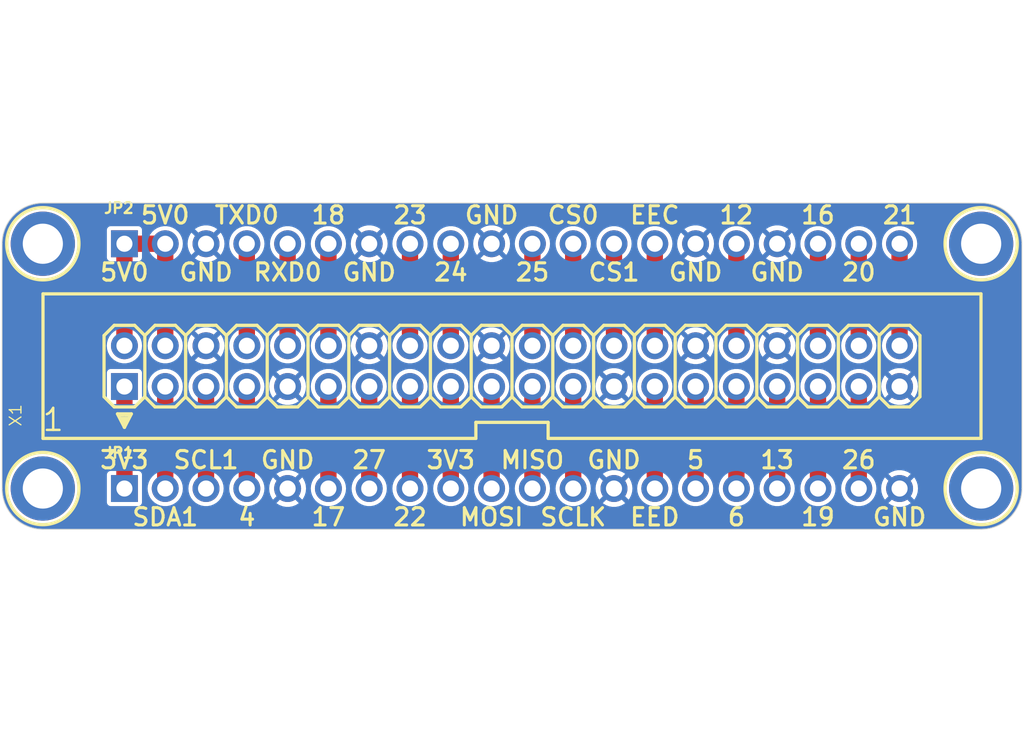
<source format=kicad_pcb>
(kicad_pcb (version 20221018) (generator pcbnew)
  (layers (0 "F.Cu" signal) (31 "B.Cu" signal) (34 "B.Paste" user) (35 "F.Paste" user) (36 "B.SilkS" user "B.Silkscreen") (37 "F.SilkS" user "F.Silkscreen") (38 "B.Mask" user) (39 "F.Mask" user) (44 "Edge.Cuts" user))
  (net 0 "")
  (net 1 "N$1")
  (net 2 "N$4")
  (net 3 "N$5")
  (net 4 "N$6")
  (net 5 "N$8")
  (net 6 "N$9")
  (net 7 "N$11")
  (net 8 "N$12")
  (net 9 "N$13")
  (net 10 "N$14")
  (net 11 "N$16")
  (net 12 "N$18")
  (net 13 "N$19")
  (net 14 "N$20")
  (net 15 "N$21")
  (net 16 "N$22")
  (net 17 "N$23")
  (net 18 "N$24")
  (net 19 "N$26")
  (net 20 "N$27")
  (net 21 "N$28")
  (net 22 "N$29")
  (net 23 "N$30")
  (net 24 "N$31")
  (net 25 "N$32")
  (net 26 "N$34")
  (net 27 "N$35")
  (net 28 "N$36")
  (net 29 "N$37")
  (net 30 "N$38")
  (net 31 "N$39")
  (net 32 "GND")
  (footprint "working:MOUNTINGHOLE_2.5_PLATED_THICK" (layer "F.Cu") (at 119.2911 112.6236)
    (fp_text reference "U$3" hide)
    (fp_text value "MOUNTINGHOLE2.5_THICK" hide)
    (fp_circle (center 0 0) (end 2.25 0) (stroke (width 0.2032)) (fill none) (layer "F.SilkS"))
    (pad "P$1" thru_hole circle (at 0 0) (size 4 4) (drill 2.5) (layers "*.Cu" "*.Mask"))
    (zone (net 0) (net_name "") (layer "B.Cu") (connect_pads (clearance 0)) (min_thickness 0.25)
      (keepout (tracks not_allowed) (vias not_allowed) (pads not_allowed) (copperpour not_allowed) (footprints allowed))
      (fill (thermal_gap 0.5) (thermal_bridge_width 0.5))
      (polygon (pts (xy 121.5571 112.6236) (xy 121.536882 112.321572) (xy 121.476587 112.024933) (xy 121.377293 111.738978) (xy 121.24077 111.468809) (xy 121.069455 111.219247) (xy 120.866406 110.994746) (xy 120.635245 110.799311) (xy 120.380098 110.636431) (xy 120.105518 110.509013) (xy 119.816404 110.419329) (xy 119.517917 110.36898) (xy 119.215382 110.358865) (xy 118.914198 110.389165) (xy 118.61974 110.459338) (xy 118.337262 110.568132) (xy 118.071805 110.713606) (xy 117.828107 110.893164) (xy 117.610516 111.103602) (xy 117.422915 111.341164) (xy 117.268652 111.601611) (xy 117.15048 111.880296) (xy 117.070507 112.172245) (xy 117.03016 112.472248) (xy 117.03016 112.774952) (xy 117.070507 113.074955) (xy 117.15048 113.366904) (xy 117.268652 113.645589) (xy 117.422915 113.906036) (xy 117.610516 114.143598) (xy 117.828107 114.354036) (xy 118.071805 114.533594) (xy 118.337262 114.679068) (xy 118.61974 114.787862) (xy 118.914198 114.858035) (xy 119.215382 114.888335) (xy 119.517917 114.87822) (xy 119.816404 114.827871) (xy 120.105518 114.738187) (xy 120.380098 114.610769) (xy 120.635245 114.447889) (xy 120.866406 114.252454) (xy 121.069455 114.027953) (xy 121.24077 113.778391) (xy 121.377293 113.508222) (xy 121.476587 113.222267) (xy 121.536882 112.925628)))
      (polygon (pts (xy 119.5251 112.6236) (xy 119.50487 112.528424) (xy 119.447677 112.449704) (xy 119.36341 112.401053) (xy 119.26664 112.390882) (xy 119.1741 112.42095) (xy 119.10179 112.486058) (xy 119.062213 112.574949) (xy 119.062213 112.672251) (xy 119.10179 112.761142) (xy 119.1741 112.82625) (xy 119.26664 112.856318) (xy 119.36341 112.846147) (xy 119.447677 112.797496) (xy 119.50487 112.718776)))
    )
  )
  (footprint "working:MOUNTINGHOLE_2.5_PLATED_THICK" (layer "F.Cu") (at 177.7111 112.6236)
    (fp_text reference "U$4" hide)
    (fp_text value "MOUNTINGHOLE2.5_THICK" hide)
    (fp_circle (center 0 0) (end 2.25 0) (stroke (width 0.2032)) (fill none) (layer "F.SilkS"))
    (pad "P$1" thru_hole circle (at 0 0) (size 4 4) (drill 2.5) (layers "*.Cu" "*.Mask"))
    (zone (net 0) (net_name "") (layer "B.Cu") (connect_pads (clearance 0)) (min_thickness 0.25)
      (keepout (tracks not_allowed) (vias not_allowed) (pads not_allowed) (copperpour not_allowed) (footprints allowed))
      (fill (thermal_gap 0.5) (thermal_bridge_width 0.5))
      (polygon (pts (xy 179.9771 112.6236) (xy 179.956882 112.321572) (xy 179.896587 112.024933) (xy 179.797293 111.738978) (xy 179.66077 111.468809) (xy 179.489455 111.219247) (xy 179.286406 110.994746) (xy 179.055245 110.799311) (xy 178.800098 110.636431) (xy 178.525518 110.509013) (xy 178.236404 110.419329) (xy 177.937917 110.36898) (xy 177.635382 110.358865) (xy 177.334198 110.389165) (xy 177.03974 110.459338) (xy 176.757262 110.568132) (xy 176.491805 110.713606) (xy 176.248107 110.893164) (xy 176.030516 111.103602) (xy 175.842915 111.341164) (xy 175.688652 111.601611) (xy 175.57048 111.880296) (xy 175.490507 112.172245) (xy 175.45016 112.472248) (xy 175.45016 112.774952) (xy 175.490507 113.074955) (xy 175.57048 113.366904) (xy 175.688652 113.645589) (xy 175.842915 113.906036) (xy 176.030516 114.143598) (xy 176.248107 114.354036) (xy 176.491805 114.533594) (xy 176.757262 114.679068) (xy 177.03974 114.787862) (xy 177.334198 114.858035) (xy 177.635382 114.888335) (xy 177.937917 114.87822) (xy 178.236404 114.827871) (xy 178.525518 114.738187) (xy 178.800098 114.610769) (xy 179.055245 114.447889) (xy 179.286406 114.252454) (xy 179.489455 114.027953) (xy 179.66077 113.778391) (xy 179.797293 113.508222) (xy 179.896587 113.222267) (xy 179.956882 112.925628)))
      (polygon (pts (xy 177.9451 112.6236) (xy 177.92487 112.528424) (xy 177.867677 112.449704) (xy 177.78341 112.401053) (xy 177.68664 112.390882) (xy 177.5941 112.42095) (xy 177.52179 112.486058) (xy 177.482213 112.574949) (xy 177.482213 112.672251) (xy 177.52179 112.761142) (xy 177.5941 112.82625) (xy 177.68664 112.856318) (xy 177.78341 112.846147) (xy 177.867677 112.797496) (xy 177.92487 112.718776)))
    )
  )
  (footprint "working:1X20_ROUND" (layer "F.Cu") (at 148.5011 112.6236)
    (fp_text reference "JP1" (at -25.4762 -1.8288) (layer "F.SilkS") (effects (font (size 0.666496 0.666496) (thickness 0.146304)) (justify left bottom)))
    (fp_text value "")
    (pad "1" thru_hole rect (at -24.13 0 90) (size 1.6764 1.6764) (drill 1) (layers "*.Cu" "*.Mask") (net 15 "N$21"))
    (pad "2" thru_hole circle (at -21.59 0 90) (size 1.6764 1.6764) (drill 1) (layers "*.Cu" "*.Mask") (net 16 "N$22"))
    (pad "3" thru_hole circle (at -19.05 0 90) (size 1.6764 1.6764) (drill 1) (layers "*.Cu" "*.Mask") (net 17 "N$23"))
    (pad "4" thru_hole circle (at -16.51 0 90) (size 1.6764 1.6764) (drill 1) (layers "*.Cu" "*.Mask") (net 18 "N$24"))
    (pad "5" thru_hole circle (at -13.97 0 90) (size 1.6764 1.6764) (drill 1) (layers "*.Cu" "*.Mask") (net 32 "GND"))
    (pad "6" thru_hole circle (at -11.43 0 90) (size 1.6764 1.6764) (drill 1) (layers "*.Cu" "*.Mask") (net 19 "N$26"))
    (pad "7" thru_hole circle (at -8.89 0 90) (size 1.6764 1.6764) (drill 1) (layers "*.Cu" "*.Mask") (net 20 "N$27"))
    (pad "8" thru_hole circle (at -6.35 0 90) (size 1.6764 1.6764) (drill 1) (layers "*.Cu" "*.Mask") (net 21 "N$28"))
    (pad "9" thru_hole circle (at -3.81 0 90) (size 1.6764 1.6764) (drill 1) (layers "*.Cu" "*.Mask") (net 22 "N$29"))
    (pad "10" thru_hole circle (at -1.27 0 90) (size 1.6764 1.6764) (drill 1) (layers "*.Cu" "*.Mask") (net 23 "N$30"))
    (pad "11" thru_hole circle (at 1.27 0 90) (size 1.6764 1.6764) (drill 1) (layers "*.Cu" "*.Mask") (net 24 "N$31"))
    (pad "12" thru_hole circle (at 3.81 0 90) (size 1.6764 1.6764) (drill 1) (layers "*.Cu" "*.Mask") (net 25 "N$32"))
    (pad "13" thru_hole circle (at 6.35 0 90) (size 1.6764 1.6764) (drill 1) (layers "*.Cu" "*.Mask") (net 32 "GND"))
    (pad "14" thru_hole circle (at 8.89 0 90) (size 1.6764 1.6764) (drill 1) (layers "*.Cu" "*.Mask") (net 26 "N$34"))
    (pad "15" thru_hole circle (at 11.43 0 90) (size 1.6764 1.6764) (drill 1) (layers "*.Cu" "*.Mask") (net 27 "N$35"))
    (pad "16" thru_hole circle (at 13.97 0 90) (size 1.6764 1.6764) (drill 1) (layers "*.Cu" "*.Mask") (net 28 "N$36"))
    (pad "17" thru_hole circle (at 16.51 0 90) (size 1.6764 1.6764) (drill 1) (layers "*.Cu" "*.Mask") (net 29 "N$37"))
    (pad "18" thru_hole circle (at 19.05 0 90) (size 1.6764 1.6764) (drill 1) (layers "*.Cu" "*.Mask") (net 30 "N$38"))
    (pad "19" thru_hole circle (at 21.59 0 90) (size 1.6764 1.6764) (drill 1) (layers "*.Cu" "*.Mask") (net 31 "N$39"))
    (pad "20" thru_hole circle (at 24.13 0 90) (size 1.6764 1.6764) (drill 1) (layers "*.Cu" "*.Mask") (net 32 "GND"))
  )
  (footprint "working:RASPBERRYPI_B+_IDC" (layer "F.Cu") (at 148.5011 105.0036 90)
    (fp_text reference "X1" (at -3.81 -30.48 90) (layer "F.SilkS") (effects (font (size 0.73152 0.73152) (thickness 0.08128)) (justify left bottom)))
    (fp_text value "")
    (fp_text user "1" (at -2.54 -27.813 180) (layer "F.SilkS") (effects (font (size 1.3716 1.3716) (thickness 0.1524)) (justify right top)))
    (fp_line (start -4.5 -29.2) (end -4.5 -2.25) (stroke (width 0.2032)) (layer "F.SilkS"))
    (fp_line (start -4.5 -2.25) (end -3.5 -2.25) (stroke (width 0.2032)) (layer "F.SilkS"))
    (fp_line (start -4.5 2.25) (end -4.5 29.2) (stroke (width 0.2032)) (layer "F.SilkS"))
    (fp_line (start -3.81 -24.13) (end -3.556 -24.13) (stroke (width 0.2032)) (layer "F.SilkS"))
    (fp_line (start -3.81 -24.13) (end -2.9718 -24.5618) (stroke (width 0.2032)) (layer "F.SilkS"))
    (fp_line (start -3.5 -2.25) (end -3.5 2.25) (stroke (width 0.2032)) (layer "F.SilkS"))
    (fp_line (start -3.5 2.25) (end -4.5 2.25) (stroke (width 0.2032)) (layer "F.SilkS"))
    (fp_line (start -2.9718 -24.5618) (end -2.9718 -23.6982) (stroke (width 0.2032)) (layer "F.SilkS"))
    (fp_line (start -2.9718 -23.6982) (end -3.81 -24.13) (stroke (width 0.2032)) (layer "F.SilkS"))
    (fp_line (start -2.54 -24.765) (end -2.54 -23.495) (stroke (width 0.2032)) (layer "F.SilkS"))
    (fp_line (start -2.54 -23.495) (end -1.905 -22.86) (stroke (width 0.2032)) (layer "F.SilkS"))
    (fp_line (start -2.54 -22.225) (end -2.54 -20.955) (stroke (width 0.2032)) (layer "F.SilkS"))
    (fp_line (start -2.54 -20.955) (end -1.905 -20.32) (stroke (width 0.2032)) (layer "F.SilkS"))
    (fp_line (start -2.54 -19.685) (end -2.54 -18.415) (stroke (width 0.2032)) (layer "F.SilkS"))
    (fp_line (start -2.54 -18.415) (end -1.905 -17.78) (stroke (width 0.2032)) (layer "F.SilkS"))
    (fp_line (start -2.54 -17.145) (end -2.54 -15.875) (stroke (width 0.2032)) (layer "F.SilkS"))
    (fp_line (start -2.54 -15.875) (end -1.905 -15.24) (stroke (width 0.2032)) (layer "F.SilkS"))
    (fp_line (start -2.54 -14.605) (end -2.54 -13.335) (stroke (width 0.2032)) (layer "F.SilkS"))
    (fp_line (start -2.54 -13.335) (end -1.905 -12.7) (stroke (width 0.2032)) (layer "F.SilkS"))
    (fp_line (start -2.54 -12.065) (end -2.54 -10.795) (stroke (width 0.2032)) (layer "F.SilkS"))
    (fp_line (start -2.54 -10.795) (end -1.905 -10.16) (stroke (width 0.2032)) (layer "F.SilkS"))
    (fp_line (start -2.54 -8.255) (end -2.54 -9.525) (stroke (width 0.2032)) (layer "F.SilkS"))
    (fp_line (start -2.54 -5.715) (end -2.54 -6.985) (stroke (width 0.2032)) (layer "F.SilkS"))
    (fp_line (start -2.54 -3.175) (end -2.54 -4.445) (stroke (width 0.2032)) (layer "F.SilkS"))
    (fp_line (start -2.54 -0.635) (end -2.54 -1.905) (stroke (width 0.2032)) (layer "F.SilkS"))
    (fp_line (start -2.54 1.905) (end -2.54 0.635) (stroke (width 0.2032)) (layer "F.SilkS"))
    (fp_line (start -2.54 4.445) (end -2.54 3.175) (stroke (width 0.2032)) (layer "F.SilkS"))
    (fp_line (start -2.54 6.985) (end -2.54 5.715) (stroke (width 0.2032)) (layer "F.SilkS"))
    (fp_line (start -2.54 9.525) (end -2.54 8.255) (stroke (width 0.2032)) (layer "F.SilkS"))
    (fp_line (start -2.54 12.065) (end -2.54 10.795) (stroke (width 0.2032)) (layer "F.SilkS"))
    (fp_line (start -2.54 14.605) (end -2.54 13.335) (stroke (width 0.2032)) (layer "F.SilkS"))
    (fp_line (start -2.54 17.145) (end -2.54 15.875) (stroke (width 0.2032)) (layer "F.SilkS"))
    (fp_line (start -2.54 19.685) (end -2.54 18.415) (stroke (width 0.2032)) (layer "F.SilkS"))
    (fp_line (start -2.54 22.225) (end -2.54 20.955) (stroke (width 0.2032)) (layer "F.SilkS"))
    (fp_line (start -2.54 24.765) (end -2.54 23.495) (stroke (width 0.2032)) (layer "F.SilkS"))
    (fp_line (start -1.905 -25.4) (end -2.54 -24.765) (stroke (width 0.2032)) (layer "F.SilkS"))
    (fp_line (start -1.905 -25.4) (end 1.905 -25.4) (stroke (width 0.2032)) (layer "F.SilkS"))
    (fp_line (start -1.905 -22.86) (end -2.54 -22.225) (stroke (width 0.2032)) (layer "F.SilkS"))
    (fp_line (start -1.905 -20.32) (end -2.54 -19.685) (stroke (width 0.2032)) (layer "F.SilkS"))
    (fp_line (start -1.905 -17.78) (end -2.54 -17.145) (stroke (width 0.2032)) (layer "F.SilkS"))
    (fp_line (start -1.905 -15.24) (end -2.54 -14.605) (stroke (width 0.2032)) (layer "F.SilkS"))
    (fp_line (start -1.905 -12.7) (end -2.54 -12.065) (stroke (width 0.2032)) (layer "F.SilkS"))
    (fp_line (start -1.905 -10.16) (end -2.54 -9.525) (stroke (width 0.2032)) (layer "F.SilkS"))
    (fp_line (start -1.905 -7.62) (end -2.54 -8.255) (stroke (width 0.2032)) (layer "F.SilkS"))
    (fp_line (start -1.905 -7.62) (end -2.54 -6.985) (stroke (width 0.2032)) (layer "F.SilkS"))
    (fp_line (start -1.905 -5.08) (end -2.54 -5.715) (stroke (width 0.2032)) (layer "F.SilkS"))
    (fp_line (start -1.905 -5.08) (end -2.54 -4.445) (stroke (width 0.2032)) (layer "F.SilkS"))
    (fp_line (start -1.905 -2.54) (end -2.54 -3.175) (stroke (width 0.2032)) (layer "F.SilkS"))
    (fp_line (start -1.905 -2.54) (end -2.54 -1.905) (stroke (width 0.2032)) (layer "F.SilkS"))
    (fp_line (start -1.905 0) (end -2.54 -0.635) (stroke (width 0.2032)) (layer "F.SilkS"))
    (fp_line (start -1.905 0) (end -2.54 0.635) (stroke (width 0.2032)) (layer "F.SilkS"))
    (fp_line (start -1.905 2.54) (end -2.54 1.905) (stroke (width 0.2032)) (layer "F.SilkS"))
    (fp_line (start -1.905 2.54) (end -2.54 3.175) (stroke (width 0.2032)) (layer "F.SilkS"))
    (fp_line (start -1.905 5.08) (end -2.54 4.445) (stroke (width 0.2032)) (layer "F.SilkS"))
    (fp_line (start -1.905 5.08) (end -2.54 5.715) (stroke (width 0.2032)) (layer "F.SilkS"))
    (fp_line (start -1.905 7.62) (end -2.54 6.985) (stroke (width 0.2032)) (layer "F.SilkS"))
    (fp_line (start -1.905 7.62) (end -2.54 8.255) (stroke (width 0.2032)) (layer "F.SilkS"))
    (fp_line (start -1.905 10.16) (end -2.54 9.525) (stroke (width 0.2032)) (layer "F.SilkS"))
    (fp_line (start -1.905 10.16) (end -2.54 10.795) (stroke (width 0.2032)) (layer "F.SilkS"))
    (fp_line (start -1.905 12.7) (end -2.54 12.065) (stroke (width 0.2032)) (layer "F.SilkS"))
    (fp_line (start -1.905 12.7) (end -2.54 13.335) (stroke (width 0.2032)) (layer "F.SilkS"))
    (fp_line (start -1.905 15.24) (end -2.54 14.605) (stroke (width 0.2032)) (layer "F.SilkS"))
    (fp_line (start -1.905 15.24) (end -2.54 15.875) (stroke (width 0.2032)) (layer "F.SilkS"))
    (fp_line (start -1.905 17.78) (end -2.54 17.145) (stroke (width 0.2032)) (layer "F.SilkS"))
    (fp_line (start -1.905 17.78) (end -2.54 18.415) (stroke (width 0.2032)) (layer "F.SilkS"))
    (fp_line (start -1.905 20.32) (end -2.54 19.685) (stroke (width 0.2032)) (layer "F.SilkS"))
    (fp_line (start -1.905 20.32) (end -2.54 20.955) (stroke (width 0.2032)) (layer "F.SilkS"))
    (fp_line (start -1.905 22.86) (end -2.54 22.225) (stroke (width 0.2032)) (layer "F.SilkS"))
    (fp_line (start -1.905 22.86) (end -2.54 23.495) (stroke (width 0.2032)) (layer "F.SilkS"))
    (fp_line (start -1.905 25.4) (end -2.54 24.765) (stroke (width 0.2032)) (layer "F.SilkS"))
    (fp_line (start 1.905 -25.4) (end 2.54 -24.765) (stroke (width 0.2032)) (layer "F.SilkS"))
    (fp_line (start 1.905 -22.86) (end -1.905 -22.86) (stroke (width 0.2032)) (layer "F.SilkS"))
    (fp_line (start 1.905 -22.86) (end 2.54 -22.225) (stroke (width 0.2032)) (layer "F.SilkS"))
    (fp_line (start 1.905 -20.32) (end -1.905 -20.32) (stroke (width 0.2032)) (layer "F.SilkS"))
    (fp_line (start 1.905 -20.32) (end 2.54 -19.685) (stroke (width 0.2032)) (layer "F.SilkS"))
    (fp_line (start 1.905 -17.78) (end -1.905 -17.78) (stroke (width 0.2032)) (layer "F.SilkS"))
    (fp_line (start 1.905 -17.78) (end 2.54 -17.145) (stroke (width 0.2032)) (layer "F.SilkS"))
    (fp_line (start 1.905 -15.24) (end -1.905 -15.24) (stroke (width 0.2032)) (layer "F.SilkS"))
    (fp_line (start 1.905 -15.24) (end 2.54 -14.605) (stroke (width 0.2032)) (layer "F.SilkS"))
    (fp_line (start 1.905 -12.7) (end -1.905 -12.7) (stroke (width 0.2032)) (layer "F.SilkS"))
    (fp_line (start 1.905 -12.7) (end 2.54 -12.065) (stroke (width 0.2032)) (layer "F.SilkS"))
    (fp_line (start 1.905 -10.16) (end -1.905 -10.16) (stroke (width 0.2032)) (layer "F.SilkS"))
    (fp_line (start 1.905 -10.16) (end 2.54 -9.525) (stroke (width 0.2032)) (layer "F.SilkS"))
    (fp_line (start 1.905 -7.62) (end -1.905 -7.62) (stroke (width 0.2032)) (layer "F.SilkS"))
    (fp_line (start 1.905 -7.62) (end 2.54 -6.985) (stroke (width 0.2032)) (layer "F.SilkS"))
    (fp_line (start 1.905 -5.08) (end -1.905 -5.08) (stroke (width 0.2032)) (layer "F.SilkS"))
    (fp_line (start 1.905 -5.08) (end 2.54 -4.445) (stroke (width 0.2032)) (layer "F.SilkS"))
    (fp_line (start 1.905 -2.54) (end -1.905 -2.54) (stroke (width 0.2032)) (layer "F.SilkS"))
    (fp_line (start 1.905 -2.54) (end 2.54 -1.905) (stroke (width 0.2032)) (layer "F.SilkS"))
    (fp_line (start 1.905 0) (end -1.905 0) (stroke (width 0.2032)) (layer "F.SilkS"))
    (fp_line (start 1.905 0) (end 2.54 0.635) (stroke (width 0.2032)) (layer "F.SilkS"))
    (fp_line (start 1.905 2.54) (end -1.905 2.54) (stroke (width 0.2032)) (layer "F.SilkS"))
    (fp_line (start 1.905 2.54) (end 2.54 3.175) (stroke (width 0.2032)) (layer "F.SilkS"))
    (fp_line (start 1.905 5.08) (end -1.905 5.08) (stroke (width 0.2032)) (layer "F.SilkS"))
    (fp_line (start 1.905 5.08) (end 2.54 4.445) (stroke (width 0.2032)) (layer "F.SilkS"))
    (fp_line (start 1.905 5.08) (end 2.54 5.715) (stroke (width 0.2032)) (layer "F.SilkS"))
    (fp_line (start 1.905 7.62) (end -1.905 7.62) (stroke (width 0.2032)) (layer "F.SilkS"))
    (fp_line (start 1.905 7.62) (end 2.54 8.255) (stroke (width 0.2032)) (layer "F.SilkS"))
    (fp_line (start 1.905 10.16) (end -1.905 10.16) (stroke (width 0.2032)) (layer "F.SilkS"))
    (fp_line (start 1.905 10.16) (end 2.54 10.795) (stroke (width 0.2032)) (layer "F.SilkS"))
    (fp_line (start 1.905 12.7) (end -1.905 12.7) (stroke (width 0.2032)) (layer "F.SilkS"))
    (fp_line (start 1.905 12.7) (end 2.54 13.335) (stroke (width 0.2032)) (layer "F.SilkS"))
    (fp_line (start 1.905 15.24) (end -1.905 15.24) (stroke (width 0.2032)) (layer "F.SilkS"))
    (fp_line (start 1.905 15.24) (end 2.54 15.875) (stroke (width 0.2032)) (layer "F.SilkS"))
    (fp_line (start 1.905 17.78) (end -1.905 17.78) (stroke (width 0.2032)) (layer "F.SilkS"))
    (fp_line (start 1.905 17.78) (end 2.54 18.415) (stroke (width 0.2032)) (layer "F.SilkS"))
    (fp_line (start 1.905 20.32) (end -1.905 20.32) (stroke (width 0.2032)) (layer "F.SilkS"))
    (fp_line (start 1.905 20.32) (end 2.54 20.955) (stroke (width 0.2032)) (layer "F.SilkS"))
    (fp_line (start 1.905 22.86) (end -1.905 22.86) (stroke (width 0.2032)) (layer "F.SilkS"))
    (fp_line (start 1.905 22.86) (end 2.54 23.495) (stroke (width 0.2032)) (layer "F.SilkS"))
    (fp_line (start 1.905 25.4) (end -1.905 25.4) (stroke (width 0.2032)) (layer "F.SilkS"))
    (fp_line (start 2.54 -24.765) (end 2.54 -23.495) (stroke (width 0.2032)) (layer "F.SilkS"))
    (fp_line (start 2.54 -23.495) (end 1.905 -22.86) (stroke (width 0.2032)) (layer "F.SilkS"))
    (fp_line (start 2.54 -22.225) (end 2.54 -20.955) (stroke (width 0.2032)) (layer "F.SilkS"))
    (fp_line (start 2.54 -20.955) (end 1.905 -20.32) (stroke (width 0.2032)) (layer "F.SilkS"))
    (fp_line (start 2.54 -19.685) (end 2.54 -18.415) (stroke (width 0.2032)) (layer "F.SilkS"))
    (fp_line (start 2.54 -18.415) (end 1.905 -17.78) (stroke (width 0.2032)) (layer "F.SilkS"))
    (fp_line (start 2.54 -17.145) (end 2.54 -15.875) (stroke (width 0.2032)) (layer "F.SilkS"))
    (fp_line (start 2.54 -15.875) (end 1.905 -15.24) (stroke (width 0.2032)) (layer "F.SilkS"))
    (fp_line (start 2.54 -14.605) (end 2.54 -13.335) (stroke (width 0.2032)) (layer "F.SilkS"))
    (fp_line (start 2.54 -13.335) (end 1.905 -12.7) (stroke (width 0.2032)) (layer "F.SilkS"))
    (fp_line (start 2.54 -12.065) (end 2.54 -10.795) (stroke (width 0.2032)) (layer "F.SilkS"))
    (fp_line (start 2.54 -10.795) (end 1.905 -10.16) (stroke (width 0.2032)) (layer "F.SilkS"))
    (fp_line (start 2.54 -9.525) (end 2.54 -8.255) (stroke (width 0.2032)) (layer "F.SilkS"))
    (fp_line (start 2.54 -8.255) (end 1.905 -7.62) (stroke (width 0.2032)) (layer "F.SilkS"))
    (fp_line (start 2.54 -6.985) (end 2.54 -5.715) (stroke (width 0.2032)) (layer "F.SilkS"))
    (fp_line (start 2.54 -5.715) (end 1.905 -5.08) (stroke (width 0.2032)) (layer "F.SilkS"))
    (fp_line (start 2.54 -4.445) (end 2.54 -3.175) (stroke (width 0.2032)) (layer "F.SilkS"))
    (fp_line (start 2.54 -3.175) (end 1.905 -2.54) (stroke (width 0.2032)) (layer "F.SilkS"))
    (fp_line (start 2.54 -1.905) (end 2.54 -0.635) (stroke (width 0.2032)) (layer "F.SilkS"))
    (fp_line (start 2.54 -0.635) (end 1.905 0) (stroke (width 0.2032)) (layer "F.SilkS"))
    (fp_line (start 2.54 0.635) (end 2.54 1.905) (stroke (width 0.2032)) (layer "F.SilkS"))
    (fp_line (start 2.54 1.905) (end 1.905 2.54) (stroke (width 0.2032)) (layer "F.SilkS"))
    (fp_line (start 2.54 3.175) (end 2.54 4.445) (stroke (width 0.2032)) (layer "F.SilkS"))
    (fp_line (start 2.54 6.985) (end 1.905 7.62) (stroke (width 0.2032)) (layer "F.SilkS"))
    (fp_line (start 2.54 6.985) (end 2.54 5.715) (stroke (width 0.2032)) (layer "F.SilkS"))
    (fp_line (start 2.54 9.525) (end 1.905 10.16) (stroke (width 0.2032)) (layer "F.SilkS"))
    (fp_line (start 2.54 9.525) (end 2.54 8.255) (stroke (width 0.2032)) (layer "F.SilkS"))
    (fp_line (start 2.54 12.065) (end 1.905 12.7) (stroke (width 0.2032)) (layer "F.SilkS"))
    (fp_line (start 2.54 12.065) (end 2.54 10.795) (stroke (width 0.2032)) (layer "F.SilkS"))
    (fp_line (start 2.54 14.605) (end 1.905 15.24) (stroke (width 0.2032)) (layer "F.SilkS"))
    (fp_line (start 2.54 14.605) (end 2.54 13.335) (stroke (width 0.2032)) (layer "F.SilkS"))
    (fp_line (start 2.54 17.145) (end 1.905 17.78) (stroke (width 0.2032)) (layer "F.SilkS"))
    (fp_line (start 2.54 17.145) (end 2.54 15.875) (stroke (width 0.2032)) (layer "F.SilkS"))
    (fp_line (start 2.54 19.685) (end 1.905 20.32) (stroke (width 0.2032)) (layer "F.SilkS"))
    (fp_line (start 2.54 19.685) (end 2.54 18.415) (stroke (width 0.2032)) (layer "F.SilkS"))
    (fp_line (start 2.54 22.225) (end 1.905 22.86) (stroke (width 0.2032)) (layer "F.SilkS"))
    (fp_line (start 2.54 22.225) (end 2.54 20.955) (stroke (width 0.2032)) (layer "F.SilkS"))
    (fp_line (start 2.54 24.765) (end 1.905 25.4) (stroke (width 0.2032)) (layer "F.SilkS"))
    (fp_line (start 2.54 24.765) (end 2.54 23.495) (stroke (width 0.2032)) (layer "F.SilkS"))
    (fp_line (start 4.5 -29.2) (end -4.5 -29.2) (stroke (width 0.2032)) (layer "F.SilkS"))
    (fp_line (start 4.5 29.2) (end -4.5 29.2) (stroke (width 0.2032)) (layer "F.SilkS"))
    (fp_line (start 4.5 29.2) (end 4.5 -29.2) (stroke (width 0.2032)) (layer "F.SilkS"))
    (fp_poly (pts (xy -3.6068 -24.257) (xy -3.6068 -24.003) (xy -3.3528 -24.003) (xy -3.3528 -24.257)) (fill solid) (layer "F.SilkS"))
    (fp_poly (pts (xy -3.4036 -24.384) (xy -3.4036 -23.876) (xy -3.1496 -23.876) (xy -3.1496 -24.384)) (fill solid) (layer "F.SilkS"))
    (fp_poly (pts (xy -3.1496 -24.511) (xy -3.1496 -24.13) (xy -3.0226 -24.13) (xy -3.0226 -24.511)) (fill solid) (layer "F.SilkS"))
    (fp_poly (pts (xy -3.1496 -24.13) (xy -3.1496 -23.749) (xy -3.0226 -23.749) (xy -3.0226 -24.13)) (fill solid) (layer "F.SilkS"))
    (pad "1" thru_hole rect (at -1.27 -24.13) (size 1.6764 1.6764) (drill 1) (layers "*.Cu" "*.Mask") (net 15 "N$21"))
    (pad "2" thru_hole circle (at 1.27 -24.13) (size 1.6764 1.6764) (drill 1) (layers "*.Cu" "*.Mask") (net 1 "N$1"))
    (pad "3" thru_hole circle (at -1.27 -21.59) (size 1.6764 1.6764) (drill 1) (layers "*.Cu" "*.Mask") (net 16 "N$22"))
    (pad "4" thru_hole circle (at 1.27 -21.59) (size 1.6764 1.6764) (drill 1) (layers "*.Cu" "*.Mask") (net 1 "N$1"))
    (pad "5" thru_hole circle (at -1.27 -19.05) (size 1.6764 1.6764) (drill 1) (layers "*.Cu" "*.Mask") (net 17 "N$23"))
    (pad "6" thru_hole circle (at 1.27 -19.05) (size 1.6764 1.6764) (drill 1) (layers "*.Cu" "*.Mask") (net 32 "GND"))
    (pad "7" thru_hole circle (at -1.27 -16.51) (size 1.6764 1.6764) (drill 1) (layers "*.Cu" "*.Mask") (net 18 "N$24"))
    (pad "8" thru_hole circle (at 1.27 -16.51) (size 1.6764 1.6764) (drill 1) (layers "*.Cu" "*.Mask") (net 2 "N$4"))
    (pad "9" thru_hole circle (at -1.27 -13.97) (size 1.6764 1.6764) (drill 1) (layers "*.Cu" "*.Mask") (net 32 "GND"))
    (pad "10" thru_hole circle (at 1.27 -13.97) (size 1.6764 1.6764) (drill 1) (layers "*.Cu" "*.Mask") (net 3 "N$5"))
    (pad "11" thru_hole circle (at -1.27 -11.43) (size 1.6764 1.6764) (drill 1) (layers "*.Cu" "*.Mask") (net 19 "N$26"))
    (pad "12" thru_hole circle (at 1.27 -11.43) (size 1.6764 1.6764) (drill 1) (layers "*.Cu" "*.Mask") (net 4 "N$6"))
    (pad "13" thru_hole circle (at -1.27 -8.89) (size 1.6764 1.6764) (drill 1) (layers "*.Cu" "*.Mask") (net 20 "N$27"))
    (pad "14" thru_hole circle (at 1.27 -8.89) (size 1.6764 1.6764) (drill 1) (layers "*.Cu" "*.Mask") (net 32 "GND"))
    (pad "15" thru_hole circle (at -1.27 -6.35) (size 1.6764 1.6764) (drill 1) (layers "*.Cu" "*.Mask") (net 21 "N$28"))
    (pad "16" thru_hole circle (at 1.27 -6.35) (size 1.6764 1.6764) (drill 1) (layers "*.Cu" "*.Mask") (net 5 "N$8"))
    (pad "17" thru_hole circle (at -1.27 -3.81) (size 1.6764 1.6764) (drill 1) (layers "*.Cu" "*.Mask") (net 22 "N$29"))
    (pad "18" thru_hole circle (at 1.27 -3.81) (size 1.6764 1.6764) (drill 1) (layers "*.Cu" "*.Mask") (net 6 "N$9"))
    (pad "19" thru_hole circle (at -1.27 -1.27) (size 1.6764 1.6764) (drill 1) (layers "*.Cu" "*.Mask") (net 23 "N$30"))
    (pad "20" thru_hole circle (at 1.27 -1.27) (size 1.6764 1.6764) (drill 1) (layers "*.Cu" "*.Mask") (net 32 "GND"))
    (pad "21" thru_hole circle (at -1.27 1.27) (size 1.6764 1.6764) (drill 1) (layers "*.Cu" "*.Mask") (net 24 "N$31"))
    (pad "22" thru_hole circle (at 1.27 1.27) (size 1.6764 1.6764) (drill 1) (layers "*.Cu" "*.Mask") (net 7 "N$11"))
    (pad "23" thru_hole circle (at -1.27 3.81) (size 1.6764 1.6764) (drill 1) (layers "*.Cu" "*.Mask") (net 25 "N$32"))
    (pad "24" thru_hole circle (at 1.27 3.81) (size 1.6764 1.6764) (drill 1) (layers "*.Cu" "*.Mask") (net 8 "N$12"))
    (pad "25" thru_hole circle (at -1.27 6.35) (size 1.6764 1.6764) (drill 1) (layers "*.Cu" "*.Mask") (net 32 "GND"))
    (pad "26" thru_hole circle (at 1.27 6.35) (size 1.6764 1.6764) (drill 1) (layers "*.Cu" "*.Mask") (net 9 "N$13"))
    (pad "27" thru_hole circle (at -1.27 8.89) (size 1.6764 1.6764) (drill 1) (layers "*.Cu" "*.Mask") (net 26 "N$34"))
    (pad "28" thru_hole circle (at 1.27 8.89) (size 1.6764 1.6764) (drill 1) (layers "*.Cu" "*.Mask") (net 10 "N$14"))
    (pad "29" thru_hole circle (at -1.27 11.43) (size 1.6764 1.6764) (drill 1) (layers "*.Cu" "*.Mask") (net 27 "N$35"))
    (pad "30" thru_hole circle (at 1.27 11.43) (size 1.6764 1.6764) (drill 1) (layers "*.Cu" "*.Mask") (net 32 "GND"))
    (pad "31" thru_hole circle (at -1.27 13.97) (size 1.6764 1.6764) (drill 1) (layers "*.Cu" "*.Mask") (net 28 "N$36"))
    (pad "32" thru_hole circle (at 1.27 13.97) (size 1.6764 1.6764) (drill 1) (layers "*.Cu" "*.Mask") (net 11 "N$16"))
    (pad "33" thru_hole circle (at -1.27 16.51) (size 1.6764 1.6764) (drill 1) (layers "*.Cu" "*.Mask") (net 29 "N$37"))
    (pad "34" thru_hole circle (at 1.27 16.51) (size 1.6764 1.6764) (drill 1) (layers "*.Cu" "*.Mask") (net 32 "GND"))
    (pad "35" thru_hole circle (at -1.27 19.05) (size 1.6764 1.6764) (drill 1) (layers "*.Cu" "*.Mask") (net 30 "N$38"))
    (pad "36" thru_hole circle (at 1.27 19.05) (size 1.6764 1.6764) (drill 1) (layers "*.Cu" "*.Mask") (net 12 "N$18"))
    (pad "37" thru_hole circle (at -1.27 21.59) (size 1.6764 1.6764) (drill 1) (layers "*.Cu" "*.Mask") (net 31 "N$39"))
    (pad "38" thru_hole circle (at 1.27 21.59) (size 1.6764 1.6764) (drill 1) (layers "*.Cu" "*.Mask") (net 13 "N$19"))
    (pad "39" thru_hole circle (at -1.27 24.13) (size 1.6764 1.6764) (drill 1) (layers "*.Cu" "*.Mask") (net 32 "GND"))
    (pad "40" thru_hole circle (at 1.27 24.13) (size 1.6764 1.6764) (drill 1) (layers "*.Cu" "*.Mask") (net 14 "N$20"))
  )
  (footprint "working:1X20_ROUND" (layer "F.Cu") (at 148.5011 97.3836)
    (fp_text reference "JP2" (at -25.4762 -1.8288) (layer "F.SilkS") (effects (font (size 0.666496 0.666496) (thickness 0.146304)) (justify left bottom)))
    (fp_text value "")
    (pad "1" thru_hole rect (at -24.13 0 90) (size 1.6764 1.6764) (drill 1) (layers "*.Cu" "*.Mask") (net 1 "N$1"))
    (pad "2" thru_hole circle (at -21.59 0 90) (size 1.6764 1.6764) (drill 1) (layers "*.Cu" "*.Mask") (net 1 "N$1"))
    (pad "3" thru_hole circle (at -19.05 0 90) (size 1.6764 1.6764) (drill 1) (layers "*.Cu" "*.Mask") (net 32 "GND"))
    (pad "4" thru_hole circle (at -16.51 0 90) (size 1.6764 1.6764) (drill 1) (layers "*.Cu" "*.Mask") (net 2 "N$4"))
    (pad "5" thru_hole circle (at -13.97 0 90) (size 1.6764 1.6764) (drill 1) (layers "*.Cu" "*.Mask") (net 3 "N$5"))
    (pad "6" thru_hole circle (at -11.43 0 90) (size 1.6764 1.6764) (drill 1) (layers "*.Cu" "*.Mask") (net 4 "N$6"))
    (pad "7" thru_hole circle (at -8.89 0 90) (size 1.6764 1.6764) (drill 1) (layers "*.Cu" "*.Mask") (net 32 "GND"))
    (pad "8" thru_hole circle (at -6.35 0 90) (size 1.6764 1.6764) (drill 1) (layers "*.Cu" "*.Mask") (net 5 "N$8"))
    (pad "9" thru_hole circle (at -3.81 0 90) (size 1.6764 1.6764) (drill 1) (layers "*.Cu" "*.Mask") (net 6 "N$9"))
    (pad "10" thru_hole circle (at -1.27 0 90) (size 1.6764 1.6764) (drill 1) (layers "*.Cu" "*.Mask") (net 32 "GND"))
    (pad "11" thru_hole circle (at 1.27 0 90) (size 1.6764 1.6764) (drill 1) (layers "*.Cu" "*.Mask") (net 7 "N$11"))
    (pad "12" thru_hole circle (at 3.81 0 90) (size 1.6764 1.6764) (drill 1) (layers "*.Cu" "*.Mask") (net 8 "N$12"))
    (pad "13" thru_hole circle (at 6.35 0 90) (size 1.6764 1.6764) (drill 1) (layers "*.Cu" "*.Mask") (net 9 "N$13"))
    (pad "14" thru_hole circle (at 8.89 0 90) (size 1.6764 1.6764) (drill 1) (layers "*.Cu" "*.Mask") (net 10 "N$14"))
    (pad "15" thru_hole circle (at 11.43 0 90) (size 1.6764 1.6764) (drill 1) (layers "*.Cu" "*.Mask") (net 32 "GND"))
    (pad "16" thru_hole circle (at 13.97 0 90) (size 1.6764 1.6764) (drill 1) (layers "*.Cu" "*.Mask") (net 11 "N$16"))
    (pad "17" thru_hole circle (at 16.51 0 90) (size 1.6764 1.6764) (drill 1) (layers "*.Cu" "*.Mask") (net 32 "GND"))
    (pad "18" thru_hole circle (at 19.05 0 90) (size 1.6764 1.6764) (drill 1) (layers "*.Cu" "*.Mask") (net 12 "N$18"))
    (pad "19" thru_hole circle (at 21.59 0 90) (size 1.6764 1.6764) (drill 1) (layers "*.Cu" "*.Mask") (net 13 "N$19"))
    (pad "20" thru_hole circle (at 24.13 0 90) (size 1.6764 1.6764) (drill 1) (layers "*.Cu" "*.Mask") (net 14 "N$20"))
  )
  (footprint "working:MOUNTINGHOLE_2.5_PLATED_THICK" (layer "F.Cu") (at 119.2911 97.3836)
    (fp_text reference "U$1" hide)
    (fp_text value "MOUNTINGHOLE2.5_THICK" hide)
    (fp_circle (center 0 0) (end 2.25 0) (stroke (width 0.2032)) (fill none) (layer "F.SilkS"))
    (pad "P$1" thru_hole circle (at 0 0) (size 4 4) (drill 2.5) (layers "*.Cu" "*.Mask"))
    (zone (net 0) (net_name "") (layer "B.Cu") (connect_pads (clearance 0)) (min_thickness 0.25)
      (keepout (tracks not_allowed) (vias not_allowed) (pads not_allowed) (copperpour not_allowed) (footprints allowed))
      (fill (thermal_gap 0.5) (thermal_bridge_width 0.5))
      (polygon (pts (xy 121.5571 97.3836) (xy 121.536882 97.081572) (xy 121.476587 96.784933) (xy 121.377293 96.498978) (xy 121.24077 96.228809) (xy 121.069455 95.979247) (xy 120.866406 95.754746) (xy 120.635245 95.559311) (xy 120.380098 95.396431) (xy 120.105518 95.269013) (xy 119.816404 95.179329) (xy 119.517917 95.12898) (xy 119.215382 95.118865) (xy 118.914198 95.149165) (xy 118.61974 95.219338) (xy 118.337262 95.328132) (xy 118.071805 95.473606) (xy 117.828107 95.653164) (xy 117.610516 95.863602) (xy 117.422915 96.101164) (xy 117.268652 96.361611) (xy 117.15048 96.640296) (xy 117.070507 96.932245) (xy 117.03016 97.232248) (xy 117.03016 97.534952) (xy 117.070507 97.834955) (xy 117.15048 98.126904) (xy 117.268652 98.405589) (xy 117.422915 98.666036) (xy 117.610516 98.903598) (xy 117.828107 99.114036) (xy 118.071805 99.293594) (xy 118.337262 99.439068) (xy 118.61974 99.547862) (xy 118.914198 99.618035) (xy 119.215382 99.648335) (xy 119.517917 99.63822) (xy 119.816404 99.587871) (xy 120.105518 99.498187) (xy 120.380098 99.370769) (xy 120.635245 99.207889) (xy 120.866406 99.012454) (xy 121.069455 98.787953) (xy 121.24077 98.538391) (xy 121.377293 98.268222) (xy 121.476587 97.982267) (xy 121.536882 97.685628)))
      (polygon (pts (xy 119.5251 97.3836) (xy 119.50487 97.288424) (xy 119.447677 97.209704) (xy 119.36341 97.161053) (xy 119.26664 97.150882) (xy 119.1741 97.18095) (xy 119.10179 97.246058) (xy 119.062213 97.334949) (xy 119.062213 97.432251) (xy 119.10179 97.521142) (xy 119.1741 97.58625) (xy 119.26664 97.616318) (xy 119.36341 97.606147) (xy 119.447677 97.557496) (xy 119.50487 97.478776)))
    )
  )
  (footprint "working:MOUNTINGHOLE_2.5_PLATED_THICK" (layer "F.Cu") (at 177.7111 97.3836)
    (fp_text reference "U$2" hide)
    (fp_text value "MOUNTINGHOLE2.5_THICK" hide)
    (fp_circle (center 0 0) (end 2.25 0) (stroke (width 0.2032)) (fill none) (layer "F.SilkS"))
    (pad "P$1" thru_hole circle (at 0 0) (size 4 4) (drill 2.5) (layers "*.Cu" "*.Mask"))
    (zone (net 0) (net_name "") (layer "B.Cu") (connect_pads (clearance 0)) (min_thickness 0.25)
      (keepout (tracks not_allowed) (vias not_allowed) (pads not_allowed) (copperpour not_allowed) (footprints allowed))
      (fill (thermal_gap 0.5) (thermal_bridge_width 0.5))
      (polygon (pts (xy 179.9771 97.3836) (xy 179.956882 97.081572) (xy 179.896587 96.784933) (xy 179.797293 96.498978) (xy 179.66077 96.228809) (xy 179.489455 95.979247) (xy 179.286406 95.754746) (xy 179.055245 95.559311) (xy 178.800098 95.396431) (xy 178.525518 95.269013) (xy 178.236404 95.179329) (xy 177.937917 95.12898) (xy 177.635382 95.118865) (xy 177.334198 95.149165) (xy 177.03974 95.219338) (xy 176.757262 95.328132) (xy 176.491805 95.473606) (xy 176.248107 95.653164) (xy 176.030516 95.863602) (xy 175.842915 96.101164) (xy 175.688652 96.361611) (xy 175.57048 96.640296) (xy 175.490507 96.932245) (xy 175.45016 97.232248) (xy 175.45016 97.534952) (xy 175.490507 97.834955) (xy 175.57048 98.126904) (xy 175.688652 98.405589) (xy 175.842915 98.666036) (xy 176.030516 98.903598) (xy 176.248107 99.114036) (xy 176.491805 99.293594) (xy 176.757262 99.439068) (xy 177.03974 99.547862) (xy 177.334198 99.618035) (xy 177.635382 99.648335) (xy 177.937917 99.63822) (xy 178.236404 99.587871) (xy 178.525518 99.498187) (xy 178.800098 99.370769) (xy 179.055245 99.207889) (xy 179.286406 99.012454) (xy 179.489455 98.787953) (xy 179.66077 98.538391) (xy 179.797293 98.268222) (xy 179.896587 97.982267) (xy 179.956882 97.685628)))
      (polygon (pts (xy 177.9451 97.3836) (xy 177.92487 97.288424) (xy 177.867677 97.209704) (xy 177.78341 97.161053) (xy 177.68664 97.150882) (xy 177.5941 97.18095) (xy 177.52179 97.246058) (xy 177.482213 97.334949) (xy 177.482213 97.432251) (xy 177.52179 97.521142) (xy 177.5941 97.58625) (xy 177.68664 97.616318) (xy 177.78341 97.606147) (xy 177.867677 97.557496) (xy 177.92487 97.478776)))
    )
  )
  (gr_arc (start 119.2911 115.1636) (mid 117.495049 114.419651) (end 116.7511 112.6236) (stroke (width 0.05)) (layer "Edge.Cuts"))
  (gr_line (start 119.2911 94.8436) (end 177.7111 94.8436) (stroke (width 0.05)) (layer "Edge.Cuts"))
  (gr_line (start 177.7111 115.1636) (end 119.2911 115.1636) (stroke (width 0.05)) (layer "Edge.Cuts"))
  (gr_arc (start 177.7111 94.8436) (mid 179.507151 95.587549) (end 180.2511 97.3836) (stroke (width 0.05)) (layer "Edge.Cuts"))
  (gr_line (start 180.2511 97.3836) (end 180.2511 112.6236) (stroke (width 0.05)) (layer "Edge.Cuts"))
  (gr_arc (start 116.7511 97.3836) (mid 117.495049 95.587549) (end 119.2911 94.8436) (stroke (width 0.05)) (layer "Edge.Cuts"))
  (gr_arc (start 180.2511 112.6236) (mid 179.507151 114.419651) (end 177.7111 115.1636) (stroke (width 0.05)) (layer "Edge.Cuts"))
  (gr_line (start 116.7511 112.6236) (end 116.7511 97.3836) (stroke (width 0.05)) (layer "Edge.Cuts"))
  (gr_text "27" (at 139.6111 110.8456) (layer "F.SilkS") (effects (font (size 1.0795 1.0795) (thickness 0.1905))))
  (gr_text "18" (at 137.0711 95.6056) (layer "F.SilkS") (effects (font (size 1.0795 1.0795) (thickness 0.1905))))
  (gr_text "SCL1" (at 129.4511 110.8456) (layer "F.SilkS") (effects (font (size 1.0795 1.0795) (thickness 0.1905))))
  (gr_text "21" (at 172.6311 95.6056) (layer "F.SilkS") (effects (font (size 1.0795 1.0795) (thickness 0.1905))))
  (gr_text "26" (at 170.0911 110.8456) (layer "F.SilkS") (effects (font (size 1.0795 1.0795) (thickness 0.1905))))
  (gr_text "13" (at 165.0111 110.8456) (layer "F.SilkS") (effects (font (size 1.0795 1.0795) (thickness 0.1905))))
  (gr_text "GND" (at 172.6311 114.4016) (layer "F.SilkS") (effects (font (size 1.0795 1.0795) (thickness 0.1905))))
  (gr_text "GND" (at 129.4511 99.1616) (layer "F.SilkS") (effects (font (size 1.0795 1.0795) (thickness 0.1905))))
  (gr_text "16" (at 167.5511 95.6056) (layer "F.SilkS") (effects (font (size 1.0795 1.0795) (thickness 0.1905))))
  (gr_text "EEC" (at 157.3911 95.6056) (layer "F.SilkS") (effects (font (size 1.0795 1.0795) (thickness 0.1905))))
  (gr_text "3V3" (at 144.6911 110.8456) (layer "F.SilkS") (effects (font (size 1.0795 1.0795) (thickness 0.1905))))
  (gr_text "24" (at 144.6911 99.1616) (layer "F.SilkS") (effects (font (size 1.0795 1.0795) (thickness 0.1905))))
  (gr_text "MISO" (at 149.7711 110.8456) (layer "F.SilkS") (effects (font (size 1.0795 1.0795) (thickness 0.1905))))
  (gr_text "4" (at 131.9911 114.4016) (layer "F.SilkS") (effects (font (size 1.0795 1.0795) (thickness 0.1905))))
  (gr_text "MOSI" (at 147.2311 114.4016) (layer "F.SilkS") (effects (font (size 1.0795 1.0795) (thickness 0.1905))))
  (gr_text "25" (at 149.7711 99.1616) (layer "F.SilkS") (effects (font (size 1.0795 1.0795) (thickness 0.1905))))
  (gr_text "GND" (at 159.9311 99.1616) (layer "F.SilkS") (effects (font (size 1.0795 1.0795) (thickness 0.1905))))
  (gr_text "6" (at 162.4711 114.4016) (layer "F.SilkS") (effects (font (size 1.0795 1.0795) (thickness 0.1905))))
  (gr_text "17" (at 137.0711 114.4016) (layer "F.SilkS") (effects (font (size 1.0795 1.0795) (thickness 0.1905))))
  (gr_text "SDA1" (at 126.9111 114.4016) (layer "F.SilkS") (effects (font (size 1.0795 1.0795) (thickness 0.1905))))
  (gr_text "EED" (at 157.3911 114.4016) (layer "F.SilkS") (effects (font (size 1.0795 1.0795) (thickness 0.1905))))
  (gr_text "GND" (at 139.6111 99.1616) (layer "F.SilkS") (effects (font (size 1.0795 1.0795) (thickness 0.1905))))
  (gr_text "19" (at 167.5511 114.4016) (layer "F.SilkS") (effects (font (size 1.0795 1.0795) (thickness 0.1905))))
  (gr_text "GND" (at 134.5311 110.8456) (layer "F.SilkS") (effects (font (size 1.0795 1.0795) (thickness 0.1905))))
  (gr_text "20" (at 170.0911 99.1616) (layer "F.SilkS") (effects (font (size 1.0795 1.0795) (thickness 0.1905))))
  (gr_text "5V0" (at 124.3711 99.1616) (layer "F.SilkS") (effects (font (size 1.0795 1.0795) (thickness 0.1905))))
  (gr_text "CS1" (at 154.8511 99.1616) (layer "F.SilkS") (effects (font (size 1.0795 1.0795) (thickness 0.1905))))
  (gr_text "GND" (at 147.2311 95.6056) (layer "F.SilkS") (effects (font (size 1.0795 1.0795) (thickness 0.1905))))
  (gr_text "23" (at 142.1511 95.6056) (layer "F.SilkS") (effects (font (size 1.0795 1.0795) (thickness 0.1905))))
  (gr_text "SCLK" (at 152.3111 114.4016) (layer "F.SilkS") (effects (font (size 1.0795 1.0795) (thickness 0.1905))))
  (gr_text "RXD0" (at 134.5311 99.1616) (layer "F.SilkS") (effects (font (size 1.0795 1.0795) (thickness 0.1905))))
  (gr_text "12" (at 162.4711 95.6056) (layer "F.SilkS") (effects (font (size 1.0795 1.0795) (thickness 0.1905))))
  (gr_text "5" (at 159.9311 110.8456) (layer "F.SilkS") (effects (font (size 1.0795 1.0795) (thickness 0.1905))))
  (gr_text "22" (at 142.1511 114.4016) (layer "F.SilkS") (effects (font (size 1.0795 1.0795) (thickness 0.1905))))
  (gr_text "TXD0" (at 131.9911 95.6056) (layer "F.SilkS") (effects (font (size 1.0795 1.0795) (thickness 0.1905))))
  (gr_text "GND" (at 154.8511 110.8456) (layer "F.SilkS") (effects (font (size 1.0795 1.0795) (thickness 0.1905))))
  (gr_text "CS0" (at 152.3111 95.6056) (layer "F.SilkS") (effects (font (size 1.0795 1.0795) (thickness 0.1905))))
  (gr_text "5V0" (at 126.9111 95.6056) (layer "F.SilkS") (effects (font (size 1.0795 1.0795) (thickness 0.1905))))
  (gr_text "GND" (at 165.0111 99.1616) (layer "F.SilkS") (effects (font (size 1.0795 1.0795) (thickness 0.1905))))
  (gr_text "3V3" (at 124.3711 110.8456) (layer "F.SilkS") (effects (font (size 1.0795 1.0795) (thickness 0.1905))))
  (segment (start 126.9111 103.7336) (end 126.9111 97.3836) (width 1.016) (layer "F.Cu") (net 1))
  (segment (start 124.3711 103.7336) (end 124.3711 97.3836) (width 1.016) (layer "F.Cu") (net 1))
  (segment (start 124.3711 97.3836) (end 126.9111 97.3836) (width 1.016) (layer "F.Cu") (net 1))
  (segment (start 131.9911 103.7336) (end 131.9911 97.3836) (width 1.016) (layer "F.Cu") (net 2))
  (segment (start 134.5311 103.7336) (end 134.5311 97.3836) (width 1.016) (layer "F.Cu") (net 3))
  (segment (start 137.0711 103.7336) (end 137.0711 97.3836) (width 1.016) (layer "F.Cu") (net 4))
  (segment (start 142.1511 103.7336) (end 142.1511 97.3836) (width 1.016) (layer "F.Cu") (net 5))
  (segment (start 144.6911 103.7336) (end 144.6911 97.3836) (width 1.016) (layer "F.Cu") (net 6))
  (segment (start 149.7711 103.7336) (end 149.7711 97.3836) (width 1.016) (layer "F.Cu") (net 7))
  (segment (start 152.3111 103.7336) (end 152.3111 97.3836) (width 1.016) (layer "F.Cu") (net 8))
  (segment (start 154.8511 103.7336) (end 154.8511 97.3836) (width 1.016) (layer "F.Cu") (net 9))
  (segment (start 157.3911 103.7336) (end 157.3911 97.3836) (width 1.016) (layer "F.Cu") (net 10))
  (segment (start 162.4711 103.7336) (end 162.4711 97.3836) (width 1.016) (layer "F.Cu") (net 11))
  (segment (start 167.5511 103.7336) (end 167.5511 97.3836) (width 1.016) (layer "F.Cu") (net 12))
  (segment (start 170.0911 103.7336) (end 170.0911 97.3836) (width 1.016) (layer "F.Cu") (net 13))
  (segment (start 172.6311 103.7336) (end 172.6311 97.3836) (width 1.016) (layer "F.Cu") (net 14))
  (segment (start 124.3711 106.2736) (end 124.3711 112.6236) (width 1.016) (layer "F.Cu") (net 15))
  (segment (start 126.9111 106.2736) (end 126.9111 112.6236) (width 1.016) (layer "F.Cu") (net 16))
  (segment (start 129.4511 106.2736) (end 129.4511 112.6236) (width 1.016) (layer "F.Cu") (net 17))
  (segment (start 131.9911 106.2736) (end 131.9911 112.6236) (width 1.016) (layer "F.Cu") (net 18))
  (segment (start 137.0711 106.2736) (end 137.0711 112.6236) (width 1.016) (layer "F.Cu") (net 19))
  (segment (start 139.6111 106.2736) (end 139.6111 112.6236) (width 1.016) (layer "F.Cu") (net 20))
  (segment (start 142.1511 106.2736) (end 142.1511 112.6236) (width 1.016) (layer "F.Cu") (net 21))
  (segment (start 144.6911 106.2736) (end 144.6911 112.6236) (width 1.016) (layer "F.Cu") (net 22))
  (segment (start 147.2311 106.2736) (end 147.2311 112.6236) (width 1.016) (layer "F.Cu") (net 23))
  (segment (start 149.7711 106.2736) (end 149.7711 112.6236) (width 1.016) (layer "F.Cu") (net 24))
  (segment (start 152.3111 106.2736) (end 152.3111 112.6236) (width 1.016) (layer "F.Cu") (net 25))
  (segment (start 157.3911 106.2736) (end 157.3911 112.6236) (width 1.016) (layer "F.Cu") (net 26))
  (segment (start 159.9311 106.2736) (end 159.9311 112.6236) (width 1.016) (layer "F.Cu") (net 27))
  (segment (start 162.4711 106.2736) (end 162.4711 112.6236) (width 1.016) (layer "F.Cu") (net 28))
  (segment (start 165.0111 106.2736) (end 165.0111 112.6236) (width 1.016) (layer "F.Cu") (net 29))
  (segment (start 167.5511 106.2736) (end 167.5511 112.6236) (width 1.016) (layer "F.Cu") (net 30))
  (segment (start 170.0911 106.2736) (end 170.0911 112.6236) (width 1.016) (layer "F.Cu") (net 31))
  (zone (net 32) (net_name "GND") (layer "B.Cu") (priority 6) (connect_pads (clearance 0.254)) (min_thickness 0.127) (fill yes (thermal_gap 0.304) (thermal_bridge_width 0.304))
    (polygon (pts (xy 178.032599 94.735815) (xy 178.349411 94.793873) (xy 178.656913 94.889695) (xy 178.950625 95.021884) (xy 179.22626 95.188511) (xy 179.479802 95.387148) (xy 179.707552 95.614898) (xy 179.906189 95.86844) (xy 180.072816 96.144075) (xy 180.205005 96.437787) (xy 180.300827 96.745289) (xy 180.358885 97.062101) (xy 180.3781 97.379763) (xy 180.3781 112.627437) (xy 180.358885 112.945099) (xy 180.300827 113.261911) (xy 180.205005 113.569413) (xy 180.072816 113.863125) (xy 179.906189 114.13876) (xy 179.707552 114.392302) (xy 179.479802 114.620052) (xy 179.22626 114.818689) (xy 178.950625 114.985316) (xy 178.656913 115.117505) (xy 178.349411 115.213327) (xy 178.032599 115.271385) (xy 177.714937 115.2906) (xy 119.287263 115.2906) (xy 118.969601 115.271385) (xy 118.652789 115.213327) (xy 118.345287 115.117505) (xy 118.051575 114.985316) (xy 117.77594 114.818689) (xy 117.522398 114.620052) (xy 117.294648 114.392302) (xy 117.096011 114.13876) (xy 116.929384 113.863125) (xy 116.797195 113.569413) (xy 116.701373 113.261911) (xy 116.643315 112.945099) (xy 116.6241 112.627437) (xy 116.6241 97.379763) (xy 116.643315 97.062101) (xy 116.701373 96.745289) (xy 116.797195 96.437787) (xy 116.929384 96.144075) (xy 117.096011 95.86844) (xy 117.294648 95.614898) (xy 117.522398 95.387148) (xy 117.77594 95.188511) (xy 118.051575 95.021884) (xy 118.345287 94.889695) (xy 118.652789 94.793873) (xy 118.969601 94.735815) (xy 119.287263 94.7166) (xy 177.714937 94.7166)))
  )
)
</source>
